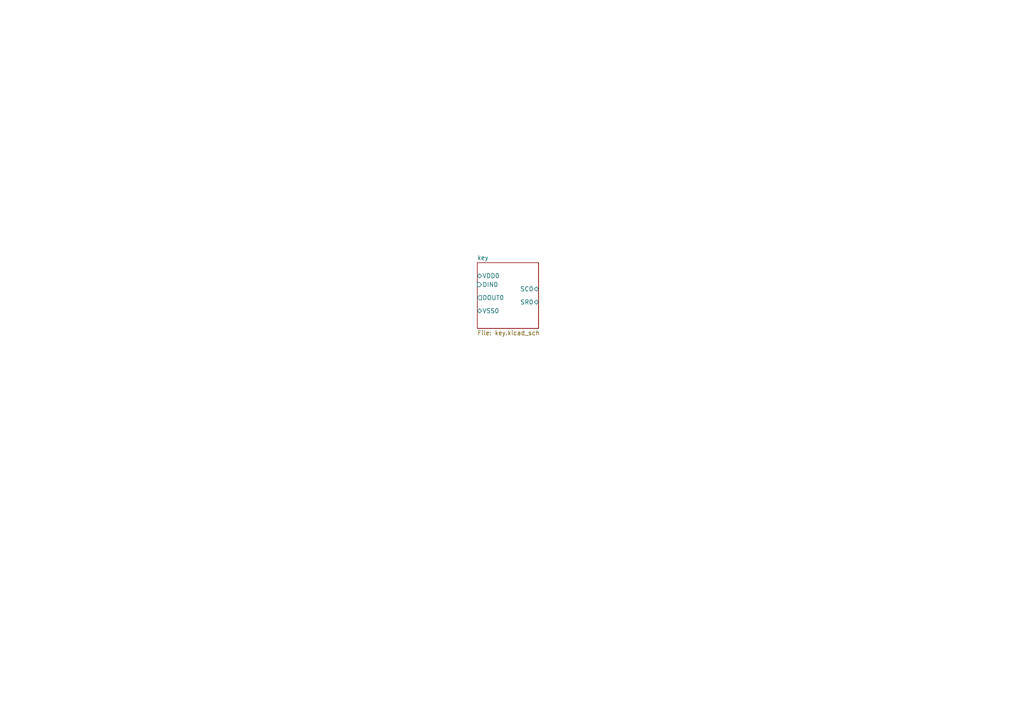
<source format=kicad_sch>
(kicad_sch (version 20230121) (generator eeschema)
  (paper "A4")
  (lib_symbols)
  (sheet (at 138.43 76.2) (size 17.78 19.05) (stroke (width 0.1524))
    (property "Sheetname" "key" (at 138.43 75.4884 0) (effects (justify left bottom)))
    (property "Sheetfile" "key.kicad_sch" (at 138.43 95.8346 0) (effects (justify left top)))
    (pin "SC0" bidirectional (at 156.21 83.82 0))
    (pin "SR0" bidirectional (at 156.21 87.63 0))
    (pin "VDD0" bidirectional (at 138.43 80.01 180))
    (pin "DIN0" input (at 138.43 82.55 180))
    (pin "DOUT0" output (at 138.43 86.36 180))
    (pin "VSS0" bidirectional (at 138.43 90.17 180))
  )
)
</source>
